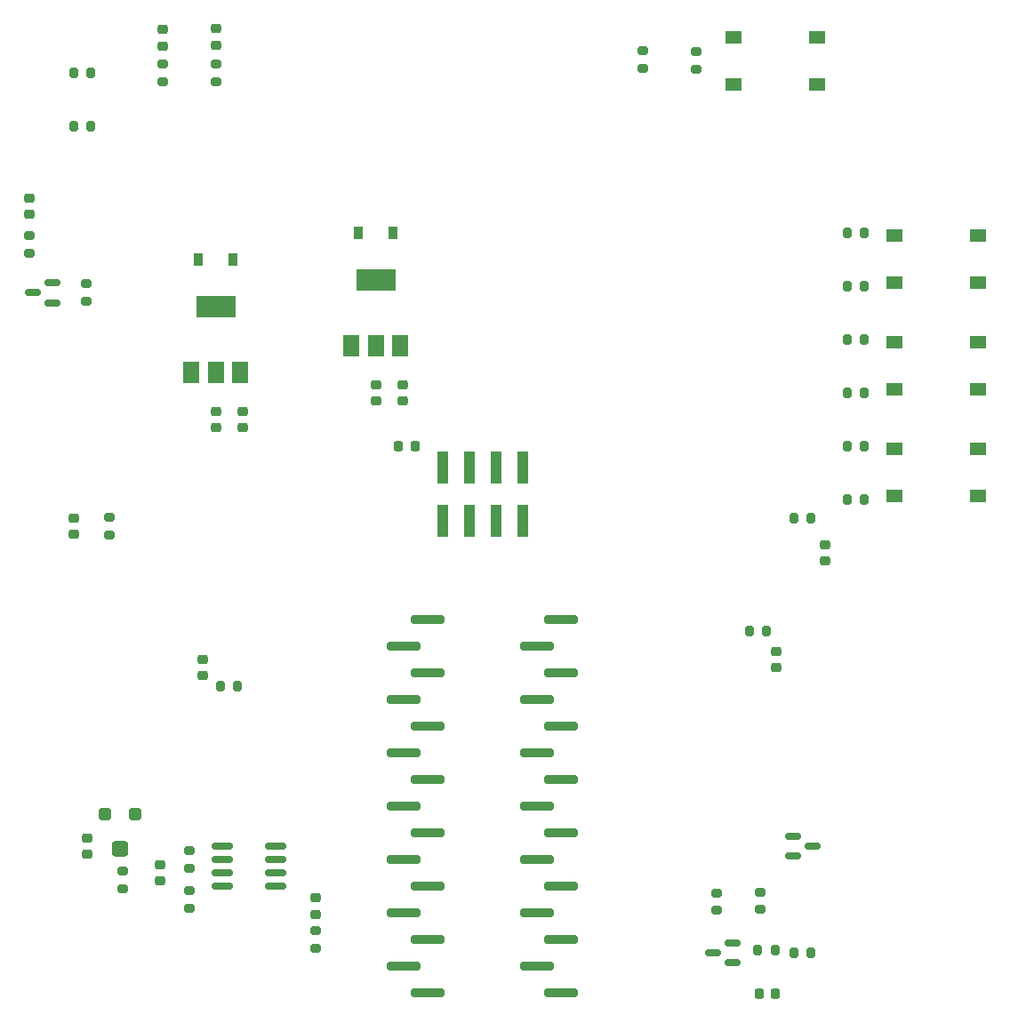
<source format=gbr>
%TF.GenerationSoftware,KiCad,Pcbnew,(6.0.2-0)*%
%TF.CreationDate,2022-03-29T15:10:37+01:00*%
%TF.ProjectId,controller,636f6e74-726f-46c6-9c65-722e6b696361,V1.2*%
%TF.SameCoordinates,Original*%
%TF.FileFunction,Paste,Top*%
%TF.FilePolarity,Positive*%
%FSLAX46Y46*%
G04 Gerber Fmt 4.6, Leading zero omitted, Abs format (unit mm)*
G04 Created by KiCad (PCBNEW (6.0.2-0)) date 2022-03-29 15:10:37*
%MOMM*%
%LPD*%
G01*
G04 APERTURE LIST*
G04 Aperture macros list*
%AMRoundRect*
0 Rectangle with rounded corners*
0 $1 Rounding radius*
0 $2 $3 $4 $5 $6 $7 $8 $9 X,Y pos of 4 corners*
0 Add a 4 corners polygon primitive as box body*
4,1,4,$2,$3,$4,$5,$6,$7,$8,$9,$2,$3,0*
0 Add four circle primitives for the rounded corners*
1,1,$1+$1,$2,$3*
1,1,$1+$1,$4,$5*
1,1,$1+$1,$6,$7*
1,1,$1+$1,$8,$9*
0 Add four rect primitives between the rounded corners*
20,1,$1+$1,$2,$3,$4,$5,0*
20,1,$1+$1,$4,$5,$6,$7,0*
20,1,$1+$1,$6,$7,$8,$9,0*
20,1,$1+$1,$8,$9,$2,$3,0*%
G04 Aperture macros list end*
%ADD10RoundRect,0.218750X0.256250X-0.218750X0.256250X0.218750X-0.256250X0.218750X-0.256250X-0.218750X0*%
%ADD11R,0.900000X1.200000*%
%ADD12RoundRect,0.225000X0.250000X-0.225000X0.250000X0.225000X-0.250000X0.225000X-0.250000X-0.225000X0*%
%ADD13RoundRect,0.225000X-0.250000X0.225000X-0.250000X-0.225000X0.250000X-0.225000X0.250000X0.225000X0*%
%ADD14R,1.550000X1.300000*%
%ADD15RoundRect,0.200000X-0.200000X-0.275000X0.200000X-0.275000X0.200000X0.275000X-0.200000X0.275000X0*%
%ADD16RoundRect,0.300000X0.300000X0.300000X-0.300000X0.300000X-0.300000X-0.300000X0.300000X-0.300000X0*%
%ADD17RoundRect,0.375000X0.425000X0.375000X-0.425000X0.375000X-0.425000X-0.375000X0.425000X-0.375000X0*%
%ADD18RoundRect,0.200000X0.275000X-0.200000X0.275000X0.200000X-0.275000X0.200000X-0.275000X-0.200000X0*%
%ADD19RoundRect,0.200000X-0.275000X0.200000X-0.275000X-0.200000X0.275000X-0.200000X0.275000X0.200000X0*%
%ADD20RoundRect,0.200000X1.400000X0.200000X-1.400000X0.200000X-1.400000X-0.200000X1.400000X-0.200000X0*%
%ADD21R,1.500000X2.000000*%
%ADD22R,3.800000X2.000000*%
%ADD23RoundRect,0.150000X0.587500X0.150000X-0.587500X0.150000X-0.587500X-0.150000X0.587500X-0.150000X0*%
%ADD24RoundRect,0.200000X0.200000X0.275000X-0.200000X0.275000X-0.200000X-0.275000X0.200000X-0.275000X0*%
%ADD25RoundRect,0.218750X-0.218750X-0.256250X0.218750X-0.256250X0.218750X0.256250X-0.218750X0.256250X0*%
%ADD26RoundRect,0.162500X-0.825000X-0.162500X0.825000X-0.162500X0.825000X0.162500X-0.825000X0.162500X0*%
%ADD27RoundRect,0.225000X-0.225000X-0.250000X0.225000X-0.250000X0.225000X0.250000X-0.225000X0.250000X0*%
%ADD28RoundRect,0.150000X-0.587500X-0.150000X0.587500X-0.150000X0.587500X0.150000X-0.587500X0.150000X0*%
%ADD29R,1.000000X3.150000*%
G04 APERTURE END LIST*
D10*
%TO.C,D3*%
X139065000Y-138582500D03*
X139065000Y-137007500D03*
%TD*%
D11*
%TO.C,D6*%
X131190000Y-76200000D03*
X127890000Y-76200000D03*
%TD*%
D12*
%TO.C,C4*%
X116007060Y-102375000D03*
X116007060Y-100825000D03*
%TD*%
D13*
%TO.C,C3*%
X128270000Y-114310517D03*
X128270000Y-115860517D03*
%TD*%
D14*
%TO.C,RESET1*%
X178853326Y-55011602D03*
X186803326Y-55011602D03*
X178853326Y-59511602D03*
X186803326Y-59511602D03*
%TD*%
D15*
%TO.C,R1*%
X181169637Y-142016000D03*
X182819637Y-142016000D03*
%TD*%
D16*
%TO.C,RV1*%
X121823906Y-129077391D03*
D17*
X120423906Y-132327391D03*
D16*
X119023906Y-129077391D03*
%TD*%
D13*
%TO.C,C1*%
X117311483Y-131334748D03*
X117311483Y-132884748D03*
%TD*%
D15*
%TO.C,R2*%
X129985000Y-116840000D03*
X131635000Y-116840000D03*
%TD*%
D18*
%TO.C,R17*%
X127000000Y-134175000D03*
X127000000Y-132525000D03*
%TD*%
D15*
%TO.C,R10*%
X184595000Y-142240000D03*
X186245000Y-142240000D03*
%TD*%
D18*
%TO.C,R9*%
X181378897Y-138135427D03*
X181378897Y-136485427D03*
%TD*%
D15*
%TO.C,R16*%
X189675000Y-78740000D03*
X191325000Y-78740000D03*
%TD*%
D19*
%TO.C,R3*%
X119380000Y-100775000D03*
X119380000Y-102425000D03*
%TD*%
D18*
%TO.C,R29*%
X129540000Y-59245000D03*
X129540000Y-57595000D03*
%TD*%
%TO.C,R8*%
X120650000Y-136125000D03*
X120650000Y-134475000D03*
%TD*%
D20*
%TO.C,A1*%
X162440000Y-146050000D03*
X160140000Y-143510000D03*
X162440000Y-140970000D03*
X160140000Y-138430000D03*
X162440000Y-135890000D03*
X160140000Y-133350000D03*
X162440000Y-130810000D03*
X160140000Y-128270000D03*
X162440000Y-125730000D03*
X160140000Y-123190000D03*
X162440000Y-120650000D03*
X160140000Y-118110000D03*
X162440000Y-115570000D03*
X160140000Y-113030000D03*
X162440000Y-110490000D03*
X149740000Y-110490000D03*
X147440000Y-113030000D03*
X149740000Y-115570000D03*
X147440000Y-118110000D03*
X149740000Y-120650000D03*
X147440000Y-123190000D03*
X149740000Y-125730000D03*
X147440000Y-128270000D03*
X149740000Y-130810000D03*
X147440000Y-133350000D03*
X149740000Y-135890000D03*
X147440000Y-138430000D03*
X149740000Y-140970000D03*
X147440000Y-143510000D03*
X149740000Y-146050000D03*
%TD*%
D21*
%TO.C,U5*%
X127240000Y-86970000D03*
X129540000Y-86970000D03*
X131840000Y-86970000D03*
D22*
X129540000Y-80670000D03*
%TD*%
D13*
%TO.C,C2*%
X147320000Y-88125000D03*
X147320000Y-89675000D03*
%TD*%
D18*
%TO.C,R31*%
X111760384Y-75602671D03*
X111760384Y-73952671D03*
%TD*%
D23*
%TO.C,Q3*%
X113967500Y-80325000D03*
X113967500Y-78425000D03*
X112092500Y-79375000D03*
%TD*%
D21*
%TO.C,U3*%
X142480000Y-84430000D03*
X144780000Y-84430000D03*
X147080000Y-84430000D03*
D22*
X144780000Y-78130000D03*
%TD*%
D24*
%TO.C,R13*%
X191325000Y-83820000D03*
X189675000Y-83820000D03*
%TD*%
D15*
%TO.C,R15*%
X189675000Y-88900000D03*
X191325000Y-88900000D03*
%TD*%
%TO.C,R19*%
X116015000Y-58420000D03*
X117665000Y-58420000D03*
%TD*%
D19*
%TO.C,R6*%
X177223152Y-136542748D03*
X177223152Y-138192748D03*
%TD*%
D10*
%TO.C,D4*%
X124460000Y-55880000D03*
X124460000Y-54305000D03*
%TD*%
D24*
%TO.C,R5*%
X186245000Y-100827383D03*
X184595000Y-100827383D03*
%TD*%
D19*
%TO.C,R30*%
X117172778Y-78526001D03*
X117172778Y-80176001D03*
%TD*%
D12*
%TO.C,C8*%
X129540000Y-92215000D03*
X129540000Y-90665000D03*
%TD*%
D10*
%TO.C,D7*%
X111760000Y-71907500D03*
X111760000Y-70332500D03*
%TD*%
D15*
%TO.C,R12*%
X189675000Y-99060000D03*
X191325000Y-99060000D03*
%TD*%
D19*
%TO.C,R24*%
X175260000Y-56410607D03*
X175260000Y-58060607D03*
%TD*%
D18*
%TO.C,R26*%
X170180000Y-58000869D03*
X170180000Y-56350869D03*
%TD*%
D13*
%TO.C,C7*%
X132080000Y-90665000D03*
X132080000Y-92215000D03*
%TD*%
D10*
%TO.C,D5*%
X129540000Y-55790000D03*
X129540000Y-54215000D03*
%TD*%
D25*
%TO.C,D1*%
X181267977Y-146148544D03*
X182842977Y-146148544D03*
%TD*%
D26*
%TO.C,U4*%
X130177500Y-132080000D03*
X130177500Y-133350000D03*
X130177500Y-134620000D03*
X130177500Y-135890000D03*
X135252500Y-135890000D03*
X135252500Y-134620000D03*
X135252500Y-133350000D03*
X135252500Y-132080000D03*
%TD*%
D18*
%TO.C,R20*%
X139065000Y-141795000D03*
X139065000Y-140145000D03*
%TD*%
D24*
%TO.C,R14*%
X191325000Y-73660000D03*
X189675000Y-73660000D03*
%TD*%
D27*
%TO.C,C12*%
X146965137Y-94031974D03*
X148515137Y-94031974D03*
%TD*%
D28*
%TO.C,Q2*%
X184482500Y-131130000D03*
X184482500Y-133030000D03*
X186357500Y-132080000D03*
%TD*%
D18*
%TO.C,R18*%
X127000000Y-137985000D03*
X127000000Y-136335000D03*
%TD*%
D12*
%TO.C,C6*%
X187598277Y-104915000D03*
X187598277Y-103365000D03*
%TD*%
D15*
%TO.C,R21*%
X116015000Y-63500000D03*
X117665000Y-63500000D03*
%TD*%
D12*
%TO.C,C5*%
X182880000Y-115075000D03*
X182880000Y-113525000D03*
%TD*%
D23*
%TO.C,Q1*%
X178737500Y-143190000D03*
X178737500Y-141290000D03*
X176862500Y-142240000D03*
%TD*%
D14*
%TO.C,Btn_2*%
X202095000Y-84110000D03*
X194145000Y-84110000D03*
X202095000Y-88610000D03*
X194145000Y-88610000D03*
%TD*%
D24*
%TO.C,R11*%
X191325000Y-93980000D03*
X189675000Y-93980000D03*
%TD*%
D14*
%TO.C,Btn_3*%
X202095000Y-73950000D03*
X194145000Y-73950000D03*
X194145000Y-78450000D03*
X202095000Y-78450000D03*
%TD*%
D24*
%TO.C,R4*%
X181990000Y-111604567D03*
X180340000Y-111604567D03*
%TD*%
D12*
%TO.C,C13*%
X144780000Y-89675000D03*
X144780000Y-88125000D03*
%TD*%
D14*
%TO.C,Btn_1*%
X202095000Y-94270000D03*
X194145000Y-94270000D03*
X202095000Y-98770000D03*
X194145000Y-98770000D03*
%TD*%
D18*
%TO.C,R28*%
X124460000Y-59245000D03*
X124460000Y-57595000D03*
%TD*%
D29*
%TO.C,J1*%
X151130000Y-101080000D03*
X151130000Y-96030000D03*
X153670000Y-101080000D03*
X153670000Y-96030000D03*
X156210000Y-101080000D03*
X156210000Y-96030000D03*
X158750000Y-101080000D03*
X158750000Y-96030000D03*
%TD*%
D13*
%TO.C,C9*%
X124260000Y-133845000D03*
X124260000Y-135395000D03*
%TD*%
D11*
%TO.C,D2*%
X143130000Y-73660000D03*
X146430000Y-73660000D03*
%TD*%
M02*

</source>
